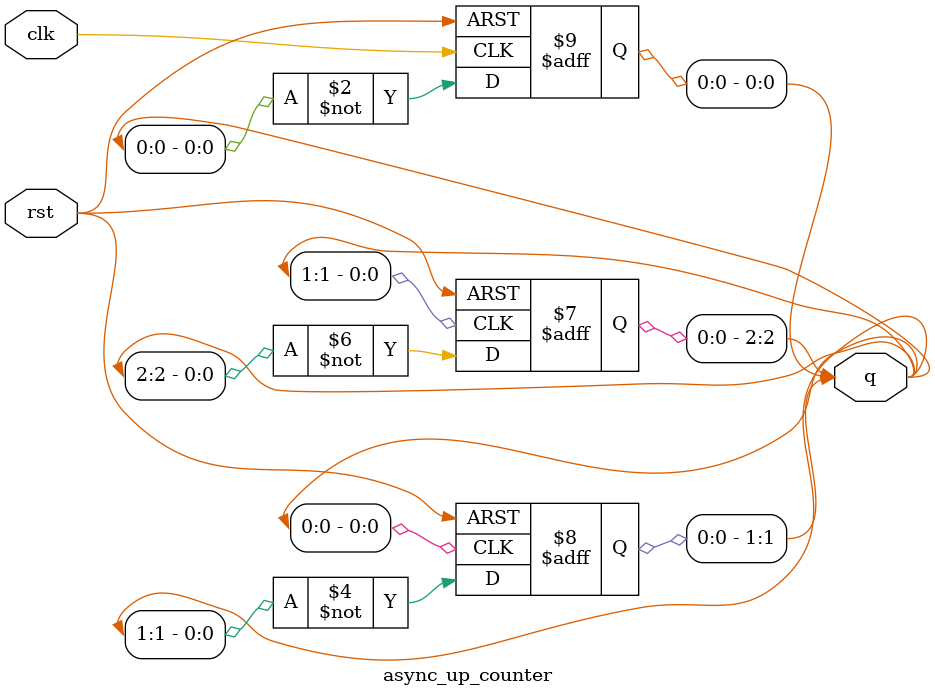
<source format=v>
module async_up_counter (
    input clk,
    input rst,
    output reg [2:0] q
);

    always @(posedge clk or posedge rst) begin
        if (rst)
            q[0] <= 1'b0;
        else
            q[0] <= ~q[0];  // T = 1 for all FFs
    end

    always @(negedge q[0] or posedge rst) begin
        if (rst)
            q[1] <= 1'b0;
        else
            q[1] <= ~q[1];
    end

    always @(negedge q[1] or posedge rst) begin
        if (rst)
            q[2] <= 1'b0;
        else
            q[2] <= ~q[2];
    end

endmodule

</source>
